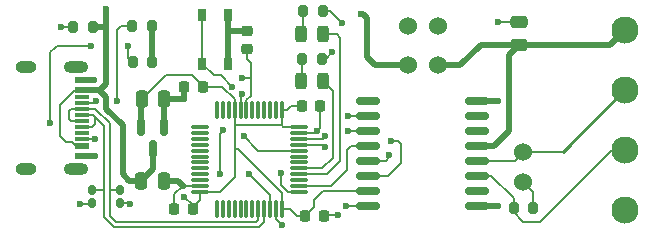
<source format=gbr>
%TF.GenerationSoftware,KiCad,Pcbnew,7.0.0-da2b9df05c~171~ubuntu22.04.1*%
%TF.CreationDate,2023-03-05T16:33:24-08:00*%
%TF.ProjectId,UsbCanAdapter,55736243-616e-4416-9461-707465722e6b,rev?*%
%TF.SameCoordinates,Original*%
%TF.FileFunction,Copper,L1,Top*%
%TF.FilePolarity,Positive*%
%FSLAX46Y46*%
G04 Gerber Fmt 4.6, Leading zero omitted, Abs format (unit mm)*
G04 Created by KiCad (PCBNEW 7.0.0-da2b9df05c~171~ubuntu22.04.1) date 2023-03-05 16:33:24*
%MOMM*%
%LPD*%
G01*
G04 APERTURE LIST*
G04 Aperture macros list*
%AMRoundRect*
0 Rectangle with rounded corners*
0 $1 Rounding radius*
0 $2 $3 $4 $5 $6 $7 $8 $9 X,Y pos of 4 corners*
0 Add a 4 corners polygon primitive as box body*
4,1,4,$2,$3,$4,$5,$6,$7,$8,$9,$2,$3,0*
0 Add four circle primitives for the rounded corners*
1,1,$1+$1,$2,$3*
1,1,$1+$1,$4,$5*
1,1,$1+$1,$6,$7*
1,1,$1+$1,$8,$9*
0 Add four rect primitives between the rounded corners*
20,1,$1+$1,$2,$3,$4,$5,0*
20,1,$1+$1,$4,$5,$6,$7,0*
20,1,$1+$1,$6,$7,$8,$9,0*
20,1,$1+$1,$8,$9,$2,$3,0*%
G04 Aperture macros list end*
%TA.AperFunction,SMDPad,CuDef*%
%ADD10RoundRect,0.200000X-0.200000X-0.275000X0.200000X-0.275000X0.200000X0.275000X-0.200000X0.275000X0*%
%TD*%
%TA.AperFunction,SMDPad,CuDef*%
%ADD11RoundRect,0.160000X-0.160000X0.222500X-0.160000X-0.222500X0.160000X-0.222500X0.160000X0.222500X0*%
%TD*%
%TA.AperFunction,ComponentPad*%
%ADD12C,1.524000*%
%TD*%
%TA.AperFunction,SMDPad,CuDef*%
%ADD13RoundRect,0.150000X-0.150000X0.587500X-0.150000X-0.587500X0.150000X-0.587500X0.150000X0.587500X0*%
%TD*%
%TA.AperFunction,SMDPad,CuDef*%
%ADD14RoundRect,0.150000X-0.875000X-0.150000X0.875000X-0.150000X0.875000X0.150000X-0.875000X0.150000X0*%
%TD*%
%TA.AperFunction,SMDPad,CuDef*%
%ADD15RoundRect,0.075000X-0.075000X0.662500X-0.075000X-0.662500X0.075000X-0.662500X0.075000X0.662500X0*%
%TD*%
%TA.AperFunction,SMDPad,CuDef*%
%ADD16RoundRect,0.075000X-0.662500X0.075000X-0.662500X-0.075000X0.662500X-0.075000X0.662500X0.075000X0*%
%TD*%
%TA.AperFunction,SMDPad,CuDef*%
%ADD17R,0.650000X1.050000*%
%TD*%
%TA.AperFunction,SMDPad,CuDef*%
%ADD18RoundRect,0.200000X0.200000X0.275000X-0.200000X0.275000X-0.200000X-0.275000X0.200000X-0.275000X0*%
%TD*%
%TA.AperFunction,ComponentPad*%
%ADD19O,2.100000X1.000000*%
%TD*%
%TA.AperFunction,ComponentPad*%
%ADD20O,1.800000X1.000000*%
%TD*%
%TA.AperFunction,SMDPad,CuDef*%
%ADD21R,1.150000X0.600000*%
%TD*%
%TA.AperFunction,SMDPad,CuDef*%
%ADD22R,1.150000X0.300000*%
%TD*%
%TA.AperFunction,ComponentPad*%
%ADD23C,2.300000*%
%TD*%
%TA.AperFunction,SMDPad,CuDef*%
%ADD24RoundRect,0.243750X-0.243750X-0.456250X0.243750X-0.456250X0.243750X0.456250X-0.243750X0.456250X0*%
%TD*%
%TA.AperFunction,SMDPad,CuDef*%
%ADD25RoundRect,0.250000X-0.250000X-0.475000X0.250000X-0.475000X0.250000X0.475000X-0.250000X0.475000X0*%
%TD*%
%TA.AperFunction,SMDPad,CuDef*%
%ADD26RoundRect,0.250000X0.475000X-0.250000X0.475000X0.250000X-0.475000X0.250000X-0.475000X-0.250000X0*%
%TD*%
%TA.AperFunction,SMDPad,CuDef*%
%ADD27RoundRect,0.225000X-0.225000X-0.250000X0.225000X-0.250000X0.225000X0.250000X-0.225000X0.250000X0*%
%TD*%
%TA.AperFunction,SMDPad,CuDef*%
%ADD28RoundRect,0.225000X0.225000X0.250000X-0.225000X0.250000X-0.225000X-0.250000X0.225000X-0.250000X0*%
%TD*%
%TA.AperFunction,SMDPad,CuDef*%
%ADD29RoundRect,0.225000X0.250000X-0.225000X0.250000X0.225000X-0.250000X0.225000X-0.250000X-0.225000X0*%
%TD*%
%TA.AperFunction,ViaPad*%
%ADD30C,0.600000*%
%TD*%
%TA.AperFunction,Conductor*%
%ADD31C,0.200000*%
%TD*%
%TA.AperFunction,Conductor*%
%ADD32C,0.500000*%
%TD*%
%TA.AperFunction,Conductor*%
%ADD33C,0.250000*%
%TD*%
G04 APERTURE END LIST*
D10*
%TO.P,RV1,1*%
%TO.N,GND1*%
X167000000Y-68040000D03*
%TO.P,RV1,2*%
%TO.N,Net-(JP1-A)*%
X168650000Y-68040000D03*
%TD*%
D11*
%TO.P,D4,1,K*%
%TO.N,/USB_DP*%
X168600000Y-81827500D03*
%TO.P,D4,2,A*%
%TO.N,GND1*%
X168600000Y-82972500D03*
%TD*%
%TO.P,D3,1,K*%
%TO.N,/USB_DM*%
X171007500Y-81837500D03*
%TO.P,D3,2,A*%
%TO.N,GND1*%
X171007500Y-82982500D03*
%TD*%
D12*
%TO.P,JP3,1,A*%
%TO.N,/CANH*%
X205130000Y-78660000D03*
%TO.P,JP3,2,B*%
%TO.N,Net-(JP3-B)*%
X205130000Y-81200000D03*
%TD*%
%TO.P,JP2,1,A*%
%TO.N,GND1*%
X195340000Y-68000000D03*
%TO.P,JP2,2,B*%
%TO.N,GND2*%
X197880000Y-68000000D03*
%TD*%
%TO.P,JP1,1,A*%
%TO.N,Net-(JP1-A)*%
X195330000Y-71240000D03*
%TO.P,JP1,2,B*%
%TO.N,VBUS*%
X197870000Y-71240000D03*
%TD*%
D13*
%TO.P,U3,1,GND*%
%TO.N,GND1*%
X174680000Y-76542500D03*
%TO.P,U3,2,VO*%
%TO.N,VCC*%
X172780000Y-76542500D03*
%TO.P,U3,3,VI*%
%TO.N,Net-(JP1-A)*%
X173730000Y-78417500D03*
%TD*%
D14*
%TO.P,U2,1,NC*%
%TO.N,unconnected-(U2-NC-Pad1)*%
X191940000Y-74305000D03*
%TO.P,U2,2,GND1*%
%TO.N,GND1*%
X191940000Y-75575000D03*
%TO.P,U2,3,GND1*%
X191940000Y-76845000D03*
%TO.P,U2,4,VDD2SENSE*%
%TO.N,/VBUS_SENSE*%
X191940000Y-78115000D03*
%TO.P,U2,5,RXD*%
%TO.N,/CAN_RX*%
X191940000Y-79385000D03*
%TO.P,U2,6,TXD*%
%TO.N,/CAN_TX*%
X191940000Y-80655000D03*
%TO.P,U2,7,VDD1*%
%TO.N,VCC*%
X191940000Y-81925000D03*
%TO.P,U2,8,GND1*%
%TO.N,GND1*%
X191940000Y-83195000D03*
%TO.P,U2,9,GND2*%
%TO.N,GND2*%
X201240000Y-83195000D03*
%TO.P,U2,10,VREF*%
%TO.N,unconnected-(U2-VREF-Pad10)*%
X201240000Y-81925000D03*
%TO.P,U2,11,CANL*%
%TO.N,/CANL*%
X201240000Y-80655000D03*
%TO.P,U2,12,CANH*%
%TO.N,/CANH*%
X201240000Y-79385000D03*
%TO.P,U2,13,VDD2*%
%TO.N,VBUS*%
X201240000Y-78115000D03*
%TO.P,U2,14,NC*%
%TO.N,unconnected-(U2-NC-Pad14)*%
X201240000Y-76845000D03*
%TO.P,U2,15,NC*%
%TO.N,unconnected-(U2-NC-Pad15)*%
X201240000Y-75575000D03*
%TO.P,U2,16,GND2*%
%TO.N,GND2*%
X201240000Y-74305000D03*
%TD*%
D15*
%TO.P,U1,1,VBAT*%
%TO.N,VCC*%
X184680000Y-75103750D03*
%TO.P,U1,2,PC13*%
%TO.N,unconnected-(U1-PC13-Pad2)*%
X184180000Y-75103750D03*
%TO.P,U1,3,PC14*%
%TO.N,unconnected-(U1-PC14-Pad3)*%
X183680000Y-75103750D03*
%TO.P,U1,4,PC15*%
%TO.N,unconnected-(U1-PC15-Pad4)*%
X183180000Y-75103750D03*
%TO.P,U1,5,PF0*%
%TO.N,unconnected-(U1-PF0-Pad5)*%
X182680000Y-75103750D03*
%TO.P,U1,6,PF1*%
%TO.N,unconnected-(U1-PF1-Pad6)*%
X182180000Y-75103750D03*
%TO.P,U1,7,NRST*%
%TO.N,/NRST*%
X181680000Y-75103750D03*
%TO.P,U1,8,VSSA*%
%TO.N,GND1*%
X181180000Y-75103750D03*
%TO.P,U1,9,VDDA*%
%TO.N,VCC*%
X180680000Y-75103750D03*
%TO.P,U1,10,PA0*%
%TO.N,unconnected-(U1-PA0-Pad10)*%
X180180000Y-75103750D03*
%TO.P,U1,11,PA1*%
%TO.N,unconnected-(U1-PA1-Pad11)*%
X179680000Y-75103750D03*
%TO.P,U1,12,PA2*%
%TO.N,unconnected-(U1-PA2-Pad12)*%
X179180000Y-75103750D03*
D16*
%TO.P,U1,13,PA3*%
%TO.N,unconnected-(U1-PA3-Pad13)*%
X177767500Y-76516250D03*
%TO.P,U1,14,PA4*%
%TO.N,unconnected-(U1-PA4-Pad14)*%
X177767500Y-77016250D03*
%TO.P,U1,15,PA5*%
%TO.N,unconnected-(U1-PA5-Pad15)*%
X177767500Y-77516250D03*
%TO.P,U1,16,PA6*%
%TO.N,unconnected-(U1-PA6-Pad16)*%
X177767500Y-78016250D03*
%TO.P,U1,17,PA7*%
%TO.N,unconnected-(U1-PA7-Pad17)*%
X177767500Y-78516250D03*
%TO.P,U1,18,PB0*%
%TO.N,unconnected-(U1-PB0-Pad18)*%
X177767500Y-79016250D03*
%TO.P,U1,19,PB1*%
%TO.N,unconnected-(U1-PB1-Pad19)*%
X177767500Y-79516250D03*
%TO.P,U1,20,PB2*%
%TO.N,unconnected-(U1-PB2-Pad20)*%
X177767500Y-80016250D03*
%TO.P,U1,21,PB10*%
%TO.N,unconnected-(U1-PB10-Pad21)*%
X177767500Y-80516250D03*
%TO.P,U1,22,PB11*%
%TO.N,unconnected-(U1-PB11-Pad22)*%
X177767500Y-81016250D03*
%TO.P,U1,23,VSS*%
%TO.N,GND1*%
X177767500Y-81516250D03*
%TO.P,U1,24,VDD*%
%TO.N,VCC*%
X177767500Y-82016250D03*
D15*
%TO.P,U1,25,PB12*%
%TO.N,unconnected-(U1-PB12-Pad25)*%
X179180000Y-83428750D03*
%TO.P,U1,26,PB13*%
%TO.N,unconnected-(U1-PB13-Pad26)*%
X179680000Y-83428750D03*
%TO.P,U1,27,PB14*%
%TO.N,unconnected-(U1-PB14-Pad27)*%
X180180000Y-83428750D03*
%TO.P,U1,28,PB15*%
%TO.N,unconnected-(U1-PB15-Pad28)*%
X180680000Y-83428750D03*
%TO.P,U1,29,PA8*%
%TO.N,unconnected-(U1-PA8-Pad29)*%
X181180000Y-83428750D03*
%TO.P,U1,30,PA9*%
%TO.N,unconnected-(U1-PA9-Pad30)*%
X181680000Y-83428750D03*
%TO.P,U1,31,PA10*%
%TO.N,unconnected-(U1-PA10-Pad31)*%
X182180000Y-83428750D03*
%TO.P,U1,32,PA11*%
%TO.N,/USB_DM*%
X182680000Y-83428750D03*
%TO.P,U1,33,PA12*%
%TO.N,/USB_DP*%
X183180000Y-83428750D03*
%TO.P,U1,34,PA13*%
%TO.N,/SWDIO*%
X183680000Y-83428750D03*
%TO.P,U1,35,VSS*%
%TO.N,GND1*%
X184180000Y-83428750D03*
%TO.P,U1,36,VDDIO2*%
%TO.N,VCC*%
X184680000Y-83428750D03*
D16*
%TO.P,U1,37,PA14*%
%TO.N,/SWCLK*%
X186092500Y-82016250D03*
%TO.P,U1,38,PA15*%
%TO.N,/VBUS_SENSE*%
X186092500Y-81516250D03*
%TO.P,U1,39,PB3*%
%TO.N,unconnected-(U1-PB3-Pad39)*%
X186092500Y-81016250D03*
%TO.P,U1,40,PB4*%
%TO.N,/LED1*%
X186092500Y-80516250D03*
%TO.P,U1,41,PB5*%
%TO.N,/LED2*%
X186092500Y-80016250D03*
%TO.P,U1,42,PB6*%
%TO.N,unconnected-(U1-PB6-Pad42)*%
X186092500Y-79516250D03*
%TO.P,U1,43,PB7*%
%TO.N,unconnected-(U1-PB7-Pad43)*%
X186092500Y-79016250D03*
%TO.P,U1,44,PF11*%
%TO.N,/BOOT0*%
X186092500Y-78516250D03*
%TO.P,U1,45,PB8*%
%TO.N,/CAN_RX*%
X186092500Y-78016250D03*
%TO.P,U1,46,PB9*%
%TO.N,/CAN_TX*%
X186092500Y-77516250D03*
%TO.P,U1,47,VSS*%
%TO.N,GND1*%
X186092500Y-77016250D03*
%TO.P,U1,48,VDD*%
%TO.N,VCC*%
X186092500Y-76516250D03*
%TD*%
D17*
%TO.P,SW1,1,1*%
%TO.N,GND1*%
X180104999Y-67054999D03*
X180104999Y-71204999D03*
%TO.P,SW1,2,2*%
%TO.N,/BOOT0*%
X177954999Y-71204999D03*
X177954999Y-67054999D03*
%TD*%
D18*
%TO.P,R5,1*%
%TO.N,GND1*%
X188060000Y-70760000D03*
%TO.P,R5,2*%
%TO.N,Net-(D2-K)*%
X186410000Y-70760000D03*
%TD*%
%TO.P,R4,2*%
%TO.N,Net-(D1-K)*%
X186475000Y-66730000D03*
%TO.P,R4,1*%
%TO.N,GND1*%
X188125000Y-66730000D03*
%TD*%
D10*
%TO.P,R3,1*%
%TO.N,/CANL*%
X204305000Y-83410000D03*
%TO.P,R3,2*%
%TO.N,Net-(JP3-B)*%
X205955000Y-83410000D03*
%TD*%
%TO.P,R2,1*%
%TO.N,Net-(J2-CC1)*%
X171995000Y-67980000D03*
%TO.P,R2,2*%
%TO.N,GND1*%
X173645000Y-67980000D03*
%TD*%
%TO.P,R1,1*%
%TO.N,Net-(J2-CC2)*%
X172055000Y-71050000D03*
%TO.P,R1,2*%
%TO.N,GND1*%
X173705000Y-71050000D03*
%TD*%
D19*
%TO.P,J2,S1,SHIELD*%
%TO.N,GND1*%
X167214999Y-71439999D03*
D20*
X163034999Y-80079999D03*
D19*
X167214999Y-80079999D03*
D20*
X163034999Y-71439999D03*
D21*
%TO.P,J2,B12,GND*%
X167789999Y-72559999D03*
%TO.P,J2,B9,VBUS*%
%TO.N,Net-(JP1-A)*%
X167789999Y-73359999D03*
D22*
%TO.P,J2,B8,SBU2*%
%TO.N,unconnected-(J2-SBU2-PadB8)*%
X167789999Y-74009999D03*
%TO.P,J2,B7,D-*%
%TO.N,/USB_DM*%
X167789999Y-75009999D03*
%TO.P,J2,B6,D+*%
%TO.N,/USB_DP*%
X167789999Y-76509999D03*
%TO.P,J2,B5,CC2*%
%TO.N,Net-(J2-CC2)*%
X167789999Y-77509999D03*
D21*
%TO.P,J2,B4,VBUS*%
%TO.N,Net-(JP1-A)*%
X167789999Y-78159999D03*
%TO.P,J2,B1,GND*%
%TO.N,GND1*%
X167789999Y-78959999D03*
%TO.P,J2,A12,GND*%
X167789999Y-78959999D03*
%TO.P,J2,A9,VBUS*%
%TO.N,Net-(JP1-A)*%
X167789999Y-78159999D03*
D22*
%TO.P,J2,A8,SBU1*%
%TO.N,unconnected-(J2-SBU1-PadA8)*%
X167789999Y-77009999D03*
%TO.P,J2,A7,D-*%
%TO.N,/USB_DM*%
X167789999Y-76009999D03*
%TO.P,J2,A6,D+*%
%TO.N,/USB_DP*%
X167789999Y-75509999D03*
%TO.P,J2,A5,CC1*%
%TO.N,Net-(J2-CC1)*%
X167789999Y-74509999D03*
D21*
%TO.P,J2,A4,VBUS*%
%TO.N,Net-(JP1-A)*%
X167789999Y-73359999D03*
%TO.P,J2,A1,GND*%
%TO.N,GND1*%
X167789999Y-72559999D03*
%TD*%
D23*
%TO.P,J1,1,Pin_1*%
%TO.N,VBUS*%
X213750000Y-68280000D03*
%TO.P,J1,2,Pin_2*%
%TO.N,/CANH*%
X213750000Y-73360000D03*
%TO.P,J1,3,Pin_3*%
%TO.N,/CANL*%
X213750000Y-78440000D03*
%TO.P,J1,4,Pin_4*%
%TO.N,GND2*%
X213750000Y-83520000D03*
%TD*%
D24*
%TO.P,D2,1,K*%
%TO.N,Net-(D2-K)*%
X186287500Y-72660000D03*
%TO.P,D2,2,A*%
%TO.N,/LED2*%
X188162500Y-72660000D03*
%TD*%
%TO.P,D1,1,K*%
%TO.N,Net-(D1-K)*%
X186290000Y-68680000D03*
%TO.P,D1,2,A*%
%TO.N,/LED1*%
X188165000Y-68680000D03*
%TD*%
D25*
%TO.P,C8,1*%
%TO.N,Net-(JP1-A)*%
X172770000Y-81050000D03*
%TO.P,C8,2*%
%TO.N,GND1*%
X174670000Y-81050000D03*
%TD*%
D26*
%TO.P,C7,1*%
%TO.N,VBUS*%
X204750000Y-69530000D03*
%TO.P,C7,2*%
%TO.N,GND2*%
X204750000Y-67630000D03*
%TD*%
D25*
%TO.P,C6,1*%
%TO.N,VCC*%
X172800000Y-74120000D03*
%TO.P,C6,2*%
%TO.N,GND1*%
X174700000Y-74120000D03*
%TD*%
D27*
%TO.P,C5,1*%
%TO.N,VCC*%
X186395000Y-74740000D03*
%TO.P,C5,2*%
%TO.N,GND1*%
X187945000Y-74740000D03*
%TD*%
D28*
%TO.P,C4,2*%
%TO.N,GND1*%
X176425000Y-73090000D03*
%TO.P,C4,1*%
%TO.N,VCC*%
X177975000Y-73090000D03*
%TD*%
%TO.P,C3,1*%
%TO.N,VCC*%
X177125000Y-83490000D03*
%TO.P,C3,2*%
%TO.N,GND1*%
X175575000Y-83490000D03*
%TD*%
D27*
%TO.P,C2,1*%
%TO.N,VCC*%
X186655000Y-84010000D03*
%TO.P,C2,2*%
%TO.N,GND1*%
X188205000Y-84010000D03*
%TD*%
D29*
%TO.P,C1,1*%
%TO.N,/NRST*%
X181750000Y-69915000D03*
%TO.P,C1,2*%
%TO.N,GND1*%
X181750000Y-68365000D03*
%TD*%
D30*
%TO.N,/SWDIO*%
X181900000Y-80500000D03*
%TO.N,VCC*%
X176400000Y-82400000D03*
%TO.N,/NRST*%
X181300000Y-72400000D03*
X179700000Y-76800000D03*
X179400000Y-80500000D03*
%TO.N,/SWCLK*%
X184600000Y-80400000D03*
%TO.N,GND1*%
X165950000Y-68040000D03*
X171857500Y-82990000D03*
X167550000Y-83040000D03*
%TO.N,GND2*%
X203000000Y-67640000D03*
%TO.N,Net-(J2-CC2)*%
X171650000Y-69640000D03*
X165050000Y-76140000D03*
X168500000Y-69640000D03*
%TO.N,GND1*%
X190150000Y-83190000D03*
X190300000Y-76840000D03*
X190300000Y-75590000D03*
X188950000Y-70190000D03*
X189750000Y-67690000D03*
X180105000Y-68390000D03*
X173700000Y-69840000D03*
X176425000Y-74165000D03*
X176300000Y-81490000D03*
X184700000Y-84800000D03*
X189400000Y-84000000D03*
X187650000Y-76890000D03*
%TO.N,GND2*%
X203000000Y-83190000D03*
X203000000Y-74290000D03*
%TO.N,Net-(JP1-A)*%
X169800000Y-66540000D03*
X191350000Y-66940000D03*
%TO.N,/CAN_RX*%
X193790000Y-78850000D03*
%TO.N,/CAN_TX*%
X193880000Y-77710000D03*
X188340000Y-77300000D03*
%TO.N,/CAN_RX*%
X188300000Y-78200000D03*
%TO.N,GND1*%
X181300000Y-73756250D03*
%TO.N,/BOOT0*%
X181460000Y-77296250D03*
X180500000Y-73090000D03*
%TO.N,GND1*%
X168810000Y-72560000D03*
X168890000Y-78960000D03*
%TO.N,Net-(J2-CC1)*%
X170740000Y-74270000D03*
X168940000Y-74300000D03*
%TO.N,Net-(J2-CC2)*%
X168880000Y-77510000D03*
%TD*%
D31*
%TO.N,/CAN_RX*%
X188300000Y-78200000D02*
X188116250Y-78016250D01*
X188116250Y-78016250D02*
X186092500Y-78016250D01*
%TO.N,/CAN_TX*%
X188340000Y-77300000D02*
X188123750Y-77516250D01*
X188123750Y-77516250D02*
X186092500Y-77516250D01*
%TO.N,/SWDIO*%
X183680000Y-82280000D02*
X181900000Y-80500000D01*
X183680000Y-83428750D02*
X183680000Y-82280000D01*
%TO.N,VCC*%
X177767500Y-82016250D02*
X179400000Y-82016250D01*
X179400000Y-82016250D02*
X180680000Y-80736250D01*
X180680000Y-80736250D02*
X180680000Y-78400000D01*
X180680000Y-76366250D02*
X180680000Y-78400000D01*
X184680000Y-82086250D02*
X180993750Y-78400000D01*
X180993750Y-78400000D02*
X180680000Y-78400000D01*
%TO.N,/NRST*%
X179400000Y-80500000D02*
X179400000Y-77100000D01*
X179400000Y-77100000D02*
X179700000Y-76800000D01*
%TO.N,VCC*%
X177125000Y-83125000D02*
X176400000Y-82400000D01*
X177125000Y-83490000D02*
X177125000Y-83125000D01*
%TO.N,GND1*%
X189400000Y-84000000D02*
X188215000Y-84000000D01*
X188215000Y-84000000D02*
X188205000Y-84010000D01*
%TO.N,/NRST*%
X182040000Y-72400000D02*
X182040000Y-71080000D01*
X182040000Y-73866250D02*
X182040000Y-72400000D01*
X182040000Y-72400000D02*
X181300000Y-72400000D01*
%TO.N,GND1*%
X184700000Y-84800000D02*
X184180000Y-84280000D01*
X184180000Y-84280000D02*
X184180000Y-83428750D01*
%TO.N,/SWCLK*%
X184600000Y-80800000D02*
X184600000Y-80400000D01*
X185216250Y-82016250D02*
X184700000Y-81500000D01*
X186092500Y-82016250D02*
X185216250Y-82016250D01*
X184700000Y-81500000D02*
X184600000Y-81400000D01*
X184600000Y-81400000D02*
X184600000Y-80800000D01*
%TO.N,VCC*%
X186655000Y-84010000D02*
X187400000Y-83265000D01*
X187400000Y-83265000D02*
X187400000Y-82690000D01*
X187400000Y-82690000D02*
X188165000Y-81925000D01*
X188165000Y-81925000D02*
X191940000Y-81925000D01*
X184680000Y-83428750D02*
X184680000Y-83722500D01*
%TO.N,/USB_DP*%
X169600000Y-84160000D02*
X169600000Y-81800000D01*
X169572500Y-81827500D02*
X169600000Y-81800000D01*
X169600000Y-81800000D02*
X169600000Y-76430000D01*
X168600000Y-81827500D02*
X169572500Y-81827500D01*
X183180000Y-83722500D02*
X183180000Y-84560000D01*
X183180000Y-84560000D02*
X182750000Y-84990000D01*
X182750000Y-84990000D02*
X170430000Y-84990000D01*
X170430000Y-84990000D02*
X169600000Y-84160000D01*
X169600000Y-76430000D02*
X168840000Y-75670000D01*
%TO.N,/USB_DM*%
X182680000Y-83722500D02*
X182680000Y-84410000D01*
X170100000Y-76200000D02*
X168900000Y-75000000D01*
X182680000Y-84410000D02*
X182500000Y-84590000D01*
X182500000Y-84590000D02*
X170630000Y-84590000D01*
X170630000Y-84590000D02*
X170100000Y-84060000D01*
X170100000Y-84060000D02*
X170100000Y-76200000D01*
X168900000Y-75000000D02*
X168770000Y-75000000D01*
D32*
%TO.N,Net-(JP1-A)*%
X172770000Y-81050000D02*
X171722500Y-81050000D01*
X171200000Y-76350000D02*
X169800000Y-74950000D01*
X171722500Y-81050000D02*
X171200000Y-80527500D01*
X171200000Y-80527500D02*
X171200000Y-76350000D01*
X169800000Y-74950000D02*
X169800000Y-73980000D01*
X169800000Y-73980000D02*
X169180000Y-73360000D01*
D31*
%TO.N,GND1*%
X187945000Y-74740000D02*
X187945000Y-76595000D01*
X187945000Y-76595000D02*
X187650000Y-76890000D01*
D32*
%TO.N,VBUS*%
X201240000Y-78115000D02*
X202675000Y-78115000D01*
X202675000Y-78115000D02*
X203900000Y-76890000D01*
X203900000Y-70380000D02*
X204750000Y-69530000D01*
X203900000Y-76890000D02*
X203900000Y-70380000D01*
D31*
%TO.N,/BOOT0*%
X180500000Y-73090000D02*
X179560000Y-72150000D01*
X179560000Y-72150000D02*
X178900000Y-72150000D01*
X178900000Y-72150000D02*
X177955000Y-71205000D01*
%TO.N,VCC*%
X177975000Y-73090000D02*
X177975000Y-73015000D01*
X177975000Y-73015000D02*
X177050000Y-72090000D01*
X177050000Y-72090000D02*
X174830000Y-72090000D01*
X174830000Y-72090000D02*
X172800000Y-74120000D01*
%TO.N,GND1*%
X167000000Y-68040000D02*
X165950000Y-68040000D01*
D32*
%TO.N,Net-(JP1-A)*%
X169800000Y-68040000D02*
X169800000Y-72840000D01*
X169800000Y-66540000D02*
X169800000Y-68040000D01*
X169800000Y-68040000D02*
X168650000Y-68040000D01*
D31*
%TO.N,GND1*%
X171007500Y-82982500D02*
X171850000Y-82982500D01*
X167572500Y-83062500D02*
X167550000Y-83040000D01*
X168450000Y-83062500D02*
X167572500Y-83062500D01*
%TO.N,/USB_DM*%
X171007500Y-81837500D02*
X170200000Y-81837500D01*
%TO.N,GND1*%
X175575000Y-83490000D02*
X175575000Y-82215000D01*
X175575000Y-82215000D02*
X176300000Y-81490000D01*
%TO.N,GND2*%
X203010000Y-67630000D02*
X203000000Y-67640000D01*
X204750000Y-67630000D02*
X203010000Y-67630000D01*
%TO.N,Net-(J2-CC2)*%
X171650000Y-69640000D02*
X171650000Y-70645000D01*
X171650000Y-70645000D02*
X172055000Y-71050000D01*
X165450000Y-69790000D02*
X165600000Y-69640000D01*
X165050000Y-76140000D02*
X165050000Y-70190000D01*
X165600000Y-69640000D02*
X168500000Y-69640000D01*
X165050000Y-70190000D02*
X165450000Y-69790000D01*
%TO.N,Net-(JP1-A)*%
X167230000Y-78160000D02*
X166880000Y-77810000D01*
X166880000Y-77810000D02*
X166420000Y-77810000D01*
X166420000Y-77810000D02*
X165900000Y-77290000D01*
X165900000Y-77290000D02*
X165900000Y-76830000D01*
%TO.N,GND1*%
X190155000Y-83195000D02*
X190150000Y-83190000D01*
X191940000Y-83195000D02*
X190155000Y-83195000D01*
X190305000Y-76845000D02*
X190300000Y-76840000D01*
X191940000Y-76845000D02*
X190305000Y-76845000D01*
X190315000Y-75575000D02*
X190300000Y-75590000D01*
X191940000Y-75575000D02*
X190315000Y-75575000D01*
%TO.N,VCC*%
X186395000Y-74740000D02*
X185450000Y-74740000D01*
X185450000Y-74740000D02*
X185086250Y-75103750D01*
X185086250Y-75103750D02*
X184680000Y-75103750D01*
X177125000Y-83490000D02*
X177125000Y-83315000D01*
X177125000Y-83315000D02*
X177767500Y-82672500D01*
X177767500Y-82672500D02*
X177767500Y-82016250D01*
%TO.N,/LED1*%
X188165000Y-68680000D02*
X189340000Y-68680000D01*
X189340000Y-68680000D02*
X189620000Y-68960000D01*
X189620000Y-68960000D02*
X189620000Y-79380000D01*
X189620000Y-79380000D02*
X188483750Y-80516250D01*
X188483750Y-80516250D02*
X186092500Y-80516250D01*
%TO.N,GND1*%
X188380000Y-70760000D02*
X188950000Y-70190000D01*
X188060000Y-70760000D02*
X188380000Y-70760000D01*
X188790000Y-66730000D02*
X189750000Y-67690000D01*
X188125000Y-66730000D02*
X188790000Y-66730000D01*
%TO.N,Net-(D1-K)*%
X186290000Y-68680000D02*
X186475000Y-68495000D01*
X186475000Y-68495000D02*
X186475000Y-66730000D01*
%TO.N,Net-(D2-K)*%
X186410000Y-70760000D02*
X186410000Y-72537500D01*
X186410000Y-72537500D02*
X186287500Y-72660000D01*
D32*
%TO.N,GND1*%
X180105000Y-67055000D02*
X180105000Y-68390000D01*
X180105000Y-68390000D02*
X180105000Y-71205000D01*
X181750000Y-68365000D02*
X180130000Y-68365000D01*
X180130000Y-68365000D02*
X180105000Y-68390000D01*
X173645000Y-67980000D02*
X173645000Y-69785000D01*
X173645000Y-69785000D02*
X173700000Y-69840000D01*
X173705000Y-69845000D02*
X173700000Y-69840000D01*
X173705000Y-71050000D02*
X173705000Y-69845000D01*
X176425000Y-74165000D02*
X176425000Y-73090000D01*
X176380000Y-74120000D02*
X174700000Y-74120000D01*
X176425000Y-74165000D02*
X176380000Y-74120000D01*
X174680000Y-76542500D02*
X174680000Y-74140000D01*
X174680000Y-74140000D02*
X174700000Y-74120000D01*
X174670000Y-81050000D02*
X175860000Y-81050000D01*
X175860000Y-81050000D02*
X176300000Y-81490000D01*
%TO.N,Net-(JP1-A)*%
X173730000Y-78417500D02*
X173730000Y-80090000D01*
X173730000Y-80090000D02*
X172770000Y-81050000D01*
D31*
%TO.N,GND1*%
X176326250Y-81516250D02*
X176300000Y-81490000D01*
X177767500Y-81516250D02*
X176326250Y-81516250D01*
%TO.N,VCC*%
X186655000Y-84010000D02*
X185970000Y-84010000D01*
X185970000Y-84010000D02*
X185388750Y-83428750D01*
X185388750Y-83428750D02*
X184680000Y-83428750D01*
X184680000Y-83428750D02*
X184680000Y-82086250D01*
%TO.N,GND1*%
X187523750Y-77016250D02*
X187650000Y-76890000D01*
X186092500Y-77016250D02*
X187523750Y-77016250D01*
%TO.N,/VBUS_SENSE*%
X186092500Y-81516250D02*
X188873750Y-81516250D01*
X190525000Y-78115000D02*
X191940000Y-78115000D01*
X188873750Y-81516250D02*
X190200000Y-80190000D01*
X190200000Y-80190000D02*
X190200000Y-78440000D01*
X190200000Y-78440000D02*
X190525000Y-78115000D01*
D32*
%TO.N,GND2*%
X202995000Y-83195000D02*
X203000000Y-83190000D01*
X201240000Y-83195000D02*
X202995000Y-83195000D01*
D31*
%TO.N,/CANL*%
X205100000Y-84540000D02*
X206500000Y-84540000D01*
X204305000Y-83410000D02*
X204305000Y-83745000D01*
X204305000Y-83745000D02*
X205100000Y-84540000D01*
X206500000Y-84540000D02*
X212600000Y-78440000D01*
X212600000Y-78440000D02*
X213750000Y-78440000D01*
%TO.N,Net-(JP3-B)*%
X205955000Y-83410000D02*
X205955000Y-82025000D01*
X205955000Y-82025000D02*
X205130000Y-81200000D01*
%TO.N,/CANL*%
X201240000Y-80655000D02*
X202415000Y-80655000D01*
X202415000Y-80655000D02*
X204305000Y-82545000D01*
X204305000Y-82545000D02*
X204305000Y-83410000D01*
%TO.N,/CANH*%
X205130000Y-78660000D02*
X208430000Y-78660000D01*
X208430000Y-78660000D02*
X208450000Y-78640000D01*
X201240000Y-79385000D02*
X204405000Y-79385000D01*
X204405000Y-79385000D02*
X205130000Y-78660000D01*
D32*
%TO.N,GND2*%
X202985000Y-74305000D02*
X203000000Y-74290000D01*
X201240000Y-74305000D02*
X202985000Y-74305000D01*
%TO.N,VBUS*%
X201510000Y-69530000D02*
X203200000Y-69530000D01*
X203200000Y-69530000D02*
X204750000Y-69530000D01*
X204750000Y-69530000D02*
X212500000Y-69530000D01*
X212500000Y-69530000D02*
X213750000Y-68280000D01*
X197870000Y-71240000D02*
X199800000Y-71240000D01*
X199800000Y-71240000D02*
X201510000Y-69530000D01*
%TO.N,Net-(JP1-A)*%
X169800000Y-72840000D02*
X169280000Y-73360000D01*
X169280000Y-73360000D02*
X169180000Y-73360000D01*
X191350000Y-66940000D02*
X191550000Y-66940000D01*
X191550000Y-66940000D02*
X191900000Y-67290000D01*
X192550000Y-71240000D02*
X195330000Y-71240000D01*
X191900000Y-67290000D02*
X191900000Y-70590000D01*
X191900000Y-70590000D02*
X192550000Y-71240000D01*
D31*
%TO.N,VCC*%
X180680000Y-75103750D02*
X180680000Y-74120000D01*
X180680000Y-74120000D02*
X179650000Y-73090000D01*
X179650000Y-73090000D02*
X177975000Y-73090000D01*
%TO.N,/NRST*%
X181680000Y-75103750D02*
X181680000Y-74226250D01*
X181680000Y-74226250D02*
X182040000Y-73866250D01*
X182040000Y-71080000D02*
X181750000Y-70790000D01*
X181750000Y-70790000D02*
X181750000Y-69915000D01*
%TO.N,/LED2*%
X186092500Y-80016250D02*
X188083750Y-80016250D01*
X188083750Y-80016250D02*
X188990000Y-79110000D01*
X188990000Y-79110000D02*
X188990000Y-73487500D01*
X188990000Y-73487500D02*
X188162500Y-72660000D01*
%TO.N,/CAN_TX*%
X191940000Y-80655000D02*
X193625000Y-80655000D01*
X193625000Y-80655000D02*
X194750000Y-79530000D01*
X194540000Y-77710000D02*
X193880000Y-77710000D01*
X194750000Y-79530000D02*
X194750000Y-77920000D01*
X194750000Y-77920000D02*
X194540000Y-77710000D01*
%TO.N,/CAN_RX*%
X193790000Y-78850000D02*
X193790000Y-79090000D01*
X193790000Y-79090000D02*
X193495000Y-79385000D01*
X193495000Y-79385000D02*
X191940000Y-79385000D01*
%TO.N,GND1*%
X181180000Y-73876250D02*
X181300000Y-73756250D01*
X181180000Y-75103750D02*
X181180000Y-73876250D01*
%TO.N,/BOOT0*%
X177955000Y-71205000D02*
X177955000Y-67055000D01*
X181455000Y-77291250D02*
X181460000Y-77296250D01*
X186092500Y-78516250D02*
X182680000Y-78516250D01*
X182680000Y-78516250D02*
X181455000Y-77291250D01*
%TO.N,VCC*%
X186092500Y-76516250D02*
X184800000Y-76516250D01*
X184800000Y-76516250D02*
X184650000Y-76366250D01*
X180680000Y-75103750D02*
X180680000Y-76366250D01*
X180680000Y-76366250D02*
X184650000Y-76366250D01*
X184650000Y-76366250D02*
X184680000Y-76336250D01*
X184680000Y-76336250D02*
X184680000Y-75103750D01*
X184610000Y-82016250D02*
X184680000Y-82086250D01*
D32*
X172780000Y-76542500D02*
X172780000Y-74140000D01*
X172780000Y-74140000D02*
X172800000Y-74120000D01*
%TO.N,GND1*%
X167790000Y-72560000D02*
X168810000Y-72560000D01*
X167790000Y-78960000D02*
X168890000Y-78960000D01*
D31*
%TO.N,Net-(J2-CC1)*%
X170740000Y-74270000D02*
X170740000Y-68260000D01*
X170740000Y-68260000D02*
X171020000Y-67980000D01*
X171020000Y-67980000D02*
X171995000Y-67980000D01*
D32*
%TO.N,Net-(JP1-A)*%
X169180000Y-73360000D02*
X167790000Y-73360000D01*
D31*
%TO.N,/USB_DM*%
X168780000Y-75010000D02*
X167790000Y-75010000D01*
%TO.N,Net-(J2-CC1)*%
X168750000Y-74510000D02*
X168950000Y-74310000D01*
X167790000Y-74510000D02*
X168750000Y-74510000D01*
%TO.N,/USB_DP*%
X168850000Y-75680000D02*
X168850000Y-76260000D01*
X167790000Y-76510000D02*
X168600000Y-76510000D01*
X168600000Y-76510000D02*
X168850000Y-76260000D01*
%TO.N,Net-(J2-CC2)*%
X167790000Y-77510000D02*
X168880000Y-77510000D01*
%TO.N,/USB_DP*%
X167790000Y-75510000D02*
X168680000Y-75510000D01*
X168680000Y-75510000D02*
X168850000Y-75680000D01*
%TO.N,/USB_DM*%
X167790000Y-75010000D02*
X166820000Y-75010000D01*
X166820000Y-75010000D02*
X166630000Y-75200000D01*
X166630000Y-75200000D02*
X166630000Y-75800000D01*
X166630000Y-75800000D02*
X166840000Y-76010000D01*
X166840000Y-76010000D02*
X167790000Y-76010000D01*
%TO.N,Net-(JP1-A)*%
X167780000Y-78150000D02*
X167220000Y-78150000D01*
X165900000Y-76830000D02*
X165900000Y-74650000D01*
X165900000Y-74650000D02*
X167190000Y-73360000D01*
X167190000Y-73360000D02*
X167790000Y-73360000D01*
D33*
%TO.N,/CANH*%
X208450000Y-78640000D02*
X213770000Y-73320000D01*
%TD*%
M02*

</source>
